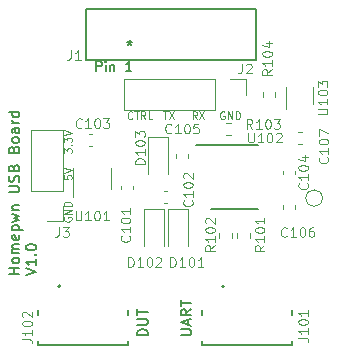
<source format=gbr>
G04 #@! TF.GenerationSoftware,KiCad,Pcbnew,(5.99.0-9812-gfee3c41c40)*
G04 #@! TF.CreationDate,2021-03-20T22:32:52-07:00*
G04 #@! TF.ProjectId,homebreakout,686f6d65-6272-4656-916b-6f75742e6b69,rev?*
G04 #@! TF.SameCoordinates,Original*
G04 #@! TF.FileFunction,Legend,Top*
G04 #@! TF.FilePolarity,Positive*
%FSLAX46Y46*%
G04 Gerber Fmt 4.6, Leading zero omitted, Abs format (unit mm)*
G04 Created by KiCad (PCBNEW (5.99.0-9812-gfee3c41c40)) date 2021-03-20 22:32:52*
%MOMM*%
%LPD*%
G01*
G04 APERTURE LIST*
%ADD10C,0.088900*%
%ADD11C,0.152400*%
%ADD12C,0.101600*%
%ADD13C,0.150000*%
%ADD14C,0.127000*%
%ADD15C,0.200000*%
%ADD16C,0.120000*%
G04 APERTURE END LIST*
D10*
X165967500Y-103792261D02*
X165755834Y-103489880D01*
X165604643Y-103792261D02*
X165604643Y-103157261D01*
X165846548Y-103157261D01*
X165907024Y-103187500D01*
X165937262Y-103217738D01*
X165967500Y-103278214D01*
X165967500Y-103368928D01*
X165937262Y-103429404D01*
X165907024Y-103459642D01*
X165846548Y-103489880D01*
X165604643Y-103489880D01*
X166179167Y-103157261D02*
X166602500Y-103792261D01*
X166602500Y-103157261D02*
X166179167Y-103792261D01*
D11*
X157431619Y-99732495D02*
X157431619Y-98919695D01*
X157741257Y-98919695D01*
X157818666Y-98958400D01*
X157857371Y-98997104D01*
X157896076Y-99074514D01*
X157896076Y-99190628D01*
X157857371Y-99268038D01*
X157818666Y-99306742D01*
X157741257Y-99345447D01*
X157431619Y-99345447D01*
X158244419Y-99732495D02*
X158244419Y-99190628D01*
X158244419Y-98919695D02*
X158205714Y-98958400D01*
X158244419Y-98997104D01*
X158283123Y-98958400D01*
X158244419Y-98919695D01*
X158244419Y-98997104D01*
X158631466Y-99190628D02*
X158631466Y-99732495D01*
X158631466Y-99268038D02*
X158670171Y-99229333D01*
X158747580Y-99190628D01*
X158863695Y-99190628D01*
X158941104Y-99229333D01*
X158979809Y-99306742D01*
X158979809Y-99732495D01*
X160411885Y-99732495D02*
X159947428Y-99732495D01*
X160179657Y-99732495D02*
X160179657Y-98919695D01*
X160102247Y-99035809D01*
X160024838Y-99113219D01*
X159947428Y-99151923D01*
X150943521Y-116884873D02*
X150054521Y-116884873D01*
X150477855Y-116884873D02*
X150477855Y-116376873D01*
X150943521Y-116376873D02*
X150054521Y-116376873D01*
X150943521Y-115826540D02*
X150901188Y-115911206D01*
X150858855Y-115953540D01*
X150774188Y-115995873D01*
X150520188Y-115995873D01*
X150435521Y-115953540D01*
X150393188Y-115911206D01*
X150350855Y-115826540D01*
X150350855Y-115699540D01*
X150393188Y-115614873D01*
X150435521Y-115572540D01*
X150520188Y-115530206D01*
X150774188Y-115530206D01*
X150858855Y-115572540D01*
X150901188Y-115614873D01*
X150943521Y-115699540D01*
X150943521Y-115826540D01*
X150943521Y-115149206D02*
X150350855Y-115149206D01*
X150435521Y-115149206D02*
X150393188Y-115106873D01*
X150350855Y-115022206D01*
X150350855Y-114895206D01*
X150393188Y-114810540D01*
X150477855Y-114768206D01*
X150943521Y-114768206D01*
X150477855Y-114768206D02*
X150393188Y-114725873D01*
X150350855Y-114641206D01*
X150350855Y-114514206D01*
X150393188Y-114429540D01*
X150477855Y-114387206D01*
X150943521Y-114387206D01*
X150901188Y-113625206D02*
X150943521Y-113709873D01*
X150943521Y-113879206D01*
X150901188Y-113963873D01*
X150816521Y-114006206D01*
X150477855Y-114006206D01*
X150393188Y-113963873D01*
X150350855Y-113879206D01*
X150350855Y-113709873D01*
X150393188Y-113625206D01*
X150477855Y-113582873D01*
X150562521Y-113582873D01*
X150647188Y-114006206D01*
X150350855Y-113201873D02*
X151239855Y-113201873D01*
X150393188Y-113201873D02*
X150350855Y-113117206D01*
X150350855Y-112947873D01*
X150393188Y-112863206D01*
X150435521Y-112820873D01*
X150520188Y-112778540D01*
X150774188Y-112778540D01*
X150858855Y-112820873D01*
X150901188Y-112863206D01*
X150943521Y-112947873D01*
X150943521Y-113117206D01*
X150901188Y-113201873D01*
X150350855Y-112482206D02*
X150943521Y-112312873D01*
X150520188Y-112143540D01*
X150943521Y-111974206D01*
X150350855Y-111804873D01*
X150350855Y-111466206D02*
X150943521Y-111466206D01*
X150435521Y-111466206D02*
X150393188Y-111423873D01*
X150350855Y-111339206D01*
X150350855Y-111212206D01*
X150393188Y-111127540D01*
X150477855Y-111085206D01*
X150943521Y-111085206D01*
X150054521Y-109984540D02*
X150774188Y-109984540D01*
X150858855Y-109942206D01*
X150901188Y-109899873D01*
X150943521Y-109815206D01*
X150943521Y-109645873D01*
X150901188Y-109561206D01*
X150858855Y-109518873D01*
X150774188Y-109476540D01*
X150054521Y-109476540D01*
X150901188Y-109095540D02*
X150943521Y-108968540D01*
X150943521Y-108756873D01*
X150901188Y-108672206D01*
X150858855Y-108629873D01*
X150774188Y-108587540D01*
X150689521Y-108587540D01*
X150604855Y-108629873D01*
X150562521Y-108672206D01*
X150520188Y-108756873D01*
X150477855Y-108926206D01*
X150435521Y-109010873D01*
X150393188Y-109053206D01*
X150308521Y-109095540D01*
X150223855Y-109095540D01*
X150139188Y-109053206D01*
X150096855Y-109010873D01*
X150054521Y-108926206D01*
X150054521Y-108714540D01*
X150096855Y-108587540D01*
X150477855Y-107910206D02*
X150520188Y-107783206D01*
X150562521Y-107740873D01*
X150647188Y-107698540D01*
X150774188Y-107698540D01*
X150858855Y-107740873D01*
X150901188Y-107783206D01*
X150943521Y-107867873D01*
X150943521Y-108206540D01*
X150054521Y-108206540D01*
X150054521Y-107910206D01*
X150096855Y-107825540D01*
X150139188Y-107783206D01*
X150223855Y-107740873D01*
X150308521Y-107740873D01*
X150393188Y-107783206D01*
X150435521Y-107825540D01*
X150477855Y-107910206D01*
X150477855Y-108206540D01*
X150477855Y-106343873D02*
X150520188Y-106216873D01*
X150562521Y-106174540D01*
X150647188Y-106132206D01*
X150774188Y-106132206D01*
X150858855Y-106174540D01*
X150901188Y-106216873D01*
X150943521Y-106301540D01*
X150943521Y-106640206D01*
X150054521Y-106640206D01*
X150054521Y-106343873D01*
X150096855Y-106259206D01*
X150139188Y-106216873D01*
X150223855Y-106174540D01*
X150308521Y-106174540D01*
X150393188Y-106216873D01*
X150435521Y-106259206D01*
X150477855Y-106343873D01*
X150477855Y-106640206D01*
X150943521Y-105624206D02*
X150901188Y-105708873D01*
X150858855Y-105751206D01*
X150774188Y-105793540D01*
X150520188Y-105793540D01*
X150435521Y-105751206D01*
X150393188Y-105708873D01*
X150350855Y-105624206D01*
X150350855Y-105497206D01*
X150393188Y-105412540D01*
X150435521Y-105370206D01*
X150520188Y-105327873D01*
X150774188Y-105327873D01*
X150858855Y-105370206D01*
X150901188Y-105412540D01*
X150943521Y-105497206D01*
X150943521Y-105624206D01*
X150943521Y-104565873D02*
X150477855Y-104565873D01*
X150393188Y-104608206D01*
X150350855Y-104692873D01*
X150350855Y-104862206D01*
X150393188Y-104946873D01*
X150901188Y-104565873D02*
X150943521Y-104650540D01*
X150943521Y-104862206D01*
X150901188Y-104946873D01*
X150816521Y-104989206D01*
X150731855Y-104989206D01*
X150647188Y-104946873D01*
X150604855Y-104862206D01*
X150604855Y-104650540D01*
X150562521Y-104565873D01*
X150943521Y-104142540D02*
X150350855Y-104142540D01*
X150520188Y-104142540D02*
X150435521Y-104100206D01*
X150393188Y-104057873D01*
X150350855Y-103973206D01*
X150350855Y-103888540D01*
X150943521Y-103211206D02*
X150054521Y-103211206D01*
X150901188Y-103211206D02*
X150943521Y-103295873D01*
X150943521Y-103465206D01*
X150901188Y-103549873D01*
X150858855Y-103592206D01*
X150774188Y-103634540D01*
X150520188Y-103634540D01*
X150435521Y-103592206D01*
X150393188Y-103549873D01*
X150350855Y-103465206D01*
X150350855Y-103295873D01*
X150393188Y-103211206D01*
X151485811Y-117011873D02*
X152374811Y-116715540D01*
X151485811Y-116419206D01*
X152374811Y-115657206D02*
X152374811Y-116165206D01*
X152374811Y-115911206D02*
X151485811Y-115911206D01*
X151612811Y-115995873D01*
X151697478Y-116080540D01*
X151739811Y-116165206D01*
X152290145Y-115276206D02*
X152332478Y-115233873D01*
X152374811Y-115276206D01*
X152332478Y-115318540D01*
X152290145Y-115276206D01*
X152374811Y-115276206D01*
X151485811Y-114683540D02*
X151485811Y-114598873D01*
X151528145Y-114514206D01*
X151570478Y-114471873D01*
X151655145Y-114429540D01*
X151824478Y-114387206D01*
X152036145Y-114387206D01*
X152205478Y-114429540D01*
X152290145Y-114471873D01*
X152332478Y-114514206D01*
X152374811Y-114598873D01*
X152374811Y-114683540D01*
X152332478Y-114768206D01*
X152290145Y-114810540D01*
X152205478Y-114852873D01*
X152036145Y-114895206D01*
X151824478Y-114895206D01*
X151655145Y-114852873D01*
X151570478Y-114810540D01*
X151528145Y-114768206D01*
X151485811Y-114683540D01*
D10*
X163125119Y-103157261D02*
X163487976Y-103157261D01*
X163306548Y-103792261D02*
X163306548Y-103157261D01*
X163639167Y-103157261D02*
X164062500Y-103792261D01*
X164062500Y-103157261D02*
X163639167Y-103792261D01*
X168289786Y-103187500D02*
X168229310Y-103157261D01*
X168138595Y-103157261D01*
X168047881Y-103187500D01*
X167987405Y-103247976D01*
X167957167Y-103308452D01*
X167926929Y-103429404D01*
X167926929Y-103520119D01*
X167957167Y-103641071D01*
X167987405Y-103701547D01*
X168047881Y-103762023D01*
X168138595Y-103792261D01*
X168199072Y-103792261D01*
X168289786Y-103762023D01*
X168320024Y-103731785D01*
X168320024Y-103520119D01*
X168199072Y-103520119D01*
X168592167Y-103792261D02*
X168592167Y-103157261D01*
X168955024Y-103792261D01*
X168955024Y-103157261D01*
X169257405Y-103792261D02*
X169257405Y-103157261D01*
X169408595Y-103157261D01*
X169499310Y-103187500D01*
X169559786Y-103247976D01*
X169590024Y-103308452D01*
X169620262Y-103429404D01*
X169620262Y-103520119D01*
X169590024Y-103641071D01*
X169559786Y-103701547D01*
X169499310Y-103762023D01*
X169408595Y-103792261D01*
X169257405Y-103792261D01*
X154749500Y-112126213D02*
X154719261Y-112186689D01*
X154719261Y-112277404D01*
X154749500Y-112368118D01*
X154809976Y-112428594D01*
X154870452Y-112458832D01*
X154991404Y-112489070D01*
X155082119Y-112489070D01*
X155203071Y-112458832D01*
X155263547Y-112428594D01*
X155324023Y-112368118D01*
X155354261Y-112277404D01*
X155354261Y-112216927D01*
X155324023Y-112126213D01*
X155293785Y-112095975D01*
X155082119Y-112095975D01*
X155082119Y-112216927D01*
X155354261Y-111823832D02*
X154719261Y-111823832D01*
X155354261Y-111460975D01*
X154719261Y-111460975D01*
X155354261Y-111158594D02*
X154719261Y-111158594D01*
X154719261Y-111007404D01*
X154749500Y-110916689D01*
X154809976Y-110856213D01*
X154870452Y-110825975D01*
X154991404Y-110795737D01*
X155082119Y-110795737D01*
X155203071Y-110825975D01*
X155263547Y-110856213D01*
X155324023Y-110916689D01*
X155354261Y-111007404D01*
X155354261Y-111158594D01*
X154719261Y-106671261D02*
X154719261Y-106278165D01*
X154961166Y-106489832D01*
X154961166Y-106399118D01*
X154991404Y-106338642D01*
X155021642Y-106308404D01*
X155082119Y-106278165D01*
X155233309Y-106278165D01*
X155293785Y-106308404D01*
X155324023Y-106338642D01*
X155354261Y-106399118D01*
X155354261Y-106580546D01*
X155324023Y-106641023D01*
X155293785Y-106671261D01*
X155293785Y-106006023D02*
X155324023Y-105975785D01*
X155354261Y-106006023D01*
X155324023Y-106036261D01*
X155293785Y-106006023D01*
X155354261Y-106006023D01*
X154719261Y-105764118D02*
X154719261Y-105371023D01*
X154961166Y-105582689D01*
X154961166Y-105491975D01*
X154991404Y-105431499D01*
X155021642Y-105401261D01*
X155082119Y-105371023D01*
X155233309Y-105371023D01*
X155293785Y-105401261D01*
X155324023Y-105431499D01*
X155354261Y-105491975D01*
X155354261Y-105673404D01*
X155324023Y-105733880D01*
X155293785Y-105764118D01*
X154719261Y-105189594D02*
X155354261Y-104977927D01*
X154719261Y-104766261D01*
X160494405Y-103731785D02*
X160464167Y-103762023D01*
X160373453Y-103792261D01*
X160312976Y-103792261D01*
X160222262Y-103762023D01*
X160161786Y-103701547D01*
X160131548Y-103641071D01*
X160101310Y-103520119D01*
X160101310Y-103429404D01*
X160131548Y-103308452D01*
X160161786Y-103247976D01*
X160222262Y-103187500D01*
X160312976Y-103157261D01*
X160373453Y-103157261D01*
X160464167Y-103187500D01*
X160494405Y-103217738D01*
X160675834Y-103157261D02*
X161038691Y-103157261D01*
X160857262Y-103792261D02*
X160857262Y-103157261D01*
X161613215Y-103792261D02*
X161401548Y-103489880D01*
X161250357Y-103792261D02*
X161250357Y-103157261D01*
X161492262Y-103157261D01*
X161552738Y-103187500D01*
X161582976Y-103217738D01*
X161613215Y-103278214D01*
X161613215Y-103368928D01*
X161582976Y-103429404D01*
X161552738Y-103459642D01*
X161492262Y-103489880D01*
X161250357Y-103489880D01*
X162187738Y-103792261D02*
X161885357Y-103792261D01*
X161885357Y-103157261D01*
X154719261Y-108576261D02*
X154719261Y-108878642D01*
X155021642Y-108908880D01*
X154991404Y-108878642D01*
X154961166Y-108818165D01*
X154961166Y-108666975D01*
X154991404Y-108606499D01*
X155021642Y-108576261D01*
X155082119Y-108546023D01*
X155233309Y-108546023D01*
X155293785Y-108576261D01*
X155324023Y-108606499D01*
X155354261Y-108666975D01*
X155354261Y-108818165D01*
X155324023Y-108878642D01*
X155293785Y-108908880D01*
X154719261Y-108364594D02*
X155354261Y-108152927D01*
X154719261Y-107941261D01*
D11*
X164613166Y-122117273D02*
X165332833Y-122117273D01*
X165417500Y-122074940D01*
X165459833Y-122032606D01*
X165502166Y-121947940D01*
X165502166Y-121778606D01*
X165459833Y-121693940D01*
X165417500Y-121651606D01*
X165332833Y-121609273D01*
X164613166Y-121609273D01*
X165248166Y-121228273D02*
X165248166Y-120804940D01*
X165502166Y-121312940D02*
X164613166Y-121016606D01*
X165502166Y-120720273D01*
X165502166Y-119915940D02*
X165078833Y-120212273D01*
X165502166Y-120423940D02*
X164613166Y-120423940D01*
X164613166Y-120085273D01*
X164655500Y-120000606D01*
X164697833Y-119958273D01*
X164782500Y-119915940D01*
X164909500Y-119915940D01*
X164994166Y-119958273D01*
X165036500Y-120000606D01*
X165078833Y-120085273D01*
X165078833Y-120423940D01*
X164613166Y-119661940D02*
X164613166Y-119153940D01*
X165502166Y-119407940D02*
X164613166Y-119407940D01*
X161819166Y-122117273D02*
X160930166Y-122117273D01*
X160930166Y-121905606D01*
X160972500Y-121778606D01*
X161057166Y-121693940D01*
X161141833Y-121651606D01*
X161311166Y-121609273D01*
X161438166Y-121609273D01*
X161607500Y-121651606D01*
X161692166Y-121693940D01*
X161776833Y-121778606D01*
X161819166Y-121905606D01*
X161819166Y-122117273D01*
X160930166Y-121228273D02*
X161649833Y-121228273D01*
X161734500Y-121185940D01*
X161776833Y-121143606D01*
X161819166Y-121058940D01*
X161819166Y-120889606D01*
X161776833Y-120804940D01*
X161734500Y-120762606D01*
X161649833Y-120720273D01*
X160930166Y-120720273D01*
X160930166Y-120423940D02*
X160930166Y-119915940D01*
X161819166Y-120169940D02*
X160930166Y-120169940D01*
D12*
X174560895Y-122330028D02*
X175141466Y-122330028D01*
X175257580Y-122368733D01*
X175334990Y-122446142D01*
X175373695Y-122562257D01*
X175373695Y-122639666D01*
X175373695Y-121517228D02*
X175373695Y-121981685D01*
X175373695Y-121749457D02*
X174560895Y-121749457D01*
X174677009Y-121826866D01*
X174754419Y-121904276D01*
X174793123Y-121981685D01*
X174560895Y-121014066D02*
X174560895Y-120936657D01*
X174599600Y-120859247D01*
X174638304Y-120820542D01*
X174715714Y-120781838D01*
X174870533Y-120743133D01*
X175064057Y-120743133D01*
X175218876Y-120781838D01*
X175296285Y-120820542D01*
X175334990Y-120859247D01*
X175373695Y-120936657D01*
X175373695Y-121014066D01*
X175334990Y-121091476D01*
X175296285Y-121130180D01*
X175218876Y-121168885D01*
X175064057Y-121207590D01*
X174870533Y-121207590D01*
X174715714Y-121168885D01*
X174638304Y-121130180D01*
X174599600Y-121091476D01*
X174560895Y-121014066D01*
X175373695Y-119969038D02*
X175373695Y-120433495D01*
X175373695Y-120201266D02*
X174560895Y-120201266D01*
X174677009Y-120278676D01*
X174754419Y-120356085D01*
X174793123Y-120433495D01*
X176211895Y-103374371D02*
X176869876Y-103374371D01*
X176947285Y-103335666D01*
X176985990Y-103296961D01*
X177024695Y-103219552D01*
X177024695Y-103064733D01*
X176985990Y-102987323D01*
X176947285Y-102948619D01*
X176869876Y-102909914D01*
X176211895Y-102909914D01*
X177024695Y-102097114D02*
X177024695Y-102561571D01*
X177024695Y-102329342D02*
X176211895Y-102329342D01*
X176328009Y-102406752D01*
X176405419Y-102484161D01*
X176444123Y-102561571D01*
X176211895Y-101593952D02*
X176211895Y-101516542D01*
X176250600Y-101439133D01*
X176289304Y-101400428D01*
X176366714Y-101361723D01*
X176521533Y-101323019D01*
X176715057Y-101323019D01*
X176869876Y-101361723D01*
X176947285Y-101400428D01*
X176985990Y-101439133D01*
X177024695Y-101516542D01*
X177024695Y-101593952D01*
X176985990Y-101671361D01*
X176947285Y-101710066D01*
X176869876Y-101748771D01*
X176715057Y-101787476D01*
X176521533Y-101787476D01*
X176366714Y-101748771D01*
X176289304Y-101710066D01*
X176250600Y-101671361D01*
X176211895Y-101593952D01*
X176211895Y-101052085D02*
X176211895Y-100548923D01*
X176521533Y-100819857D01*
X176521533Y-100703742D01*
X176560238Y-100626333D01*
X176598942Y-100587628D01*
X176676352Y-100548923D01*
X176869876Y-100548923D01*
X176947285Y-100587628D01*
X176985990Y-100626333D01*
X177024695Y-100703742D01*
X177024695Y-100935971D01*
X176985990Y-101013380D01*
X176947285Y-101052085D01*
X163725980Y-116318695D02*
X163725980Y-115505895D01*
X163919504Y-115505895D01*
X164035619Y-115544600D01*
X164113028Y-115622009D01*
X164151733Y-115699419D01*
X164190438Y-115854238D01*
X164190438Y-115970352D01*
X164151733Y-116125171D01*
X164113028Y-116202580D01*
X164035619Y-116279990D01*
X163919504Y-116318695D01*
X163725980Y-116318695D01*
X164964533Y-116318695D02*
X164500076Y-116318695D01*
X164732304Y-116318695D02*
X164732304Y-115505895D01*
X164654895Y-115622009D01*
X164577485Y-115699419D01*
X164500076Y-115738123D01*
X165467695Y-115505895D02*
X165545104Y-115505895D01*
X165622514Y-115544600D01*
X165661219Y-115583304D01*
X165699923Y-115660714D01*
X165738628Y-115815533D01*
X165738628Y-116009057D01*
X165699923Y-116163876D01*
X165661219Y-116241285D01*
X165622514Y-116279990D01*
X165545104Y-116318695D01*
X165467695Y-116318695D01*
X165390285Y-116279990D01*
X165351580Y-116241285D01*
X165312876Y-116163876D01*
X165274171Y-116009057D01*
X165274171Y-115815533D01*
X165312876Y-115660714D01*
X165351580Y-115583304D01*
X165390285Y-115544600D01*
X165467695Y-115505895D01*
X166512723Y-116318695D02*
X166048266Y-116318695D01*
X166280495Y-116318695D02*
X166280495Y-115505895D01*
X166203085Y-115622009D01*
X166125676Y-115699419D01*
X166048266Y-115738123D01*
X173588438Y-113701285D02*
X173549733Y-113739990D01*
X173433619Y-113778695D01*
X173356209Y-113778695D01*
X173240095Y-113739990D01*
X173162685Y-113662580D01*
X173123980Y-113585171D01*
X173085276Y-113430352D01*
X173085276Y-113314238D01*
X173123980Y-113159419D01*
X173162685Y-113082009D01*
X173240095Y-113004600D01*
X173356209Y-112965895D01*
X173433619Y-112965895D01*
X173549733Y-113004600D01*
X173588438Y-113043304D01*
X174362533Y-113778695D02*
X173898076Y-113778695D01*
X174130304Y-113778695D02*
X174130304Y-112965895D01*
X174052895Y-113082009D01*
X173975485Y-113159419D01*
X173898076Y-113198123D01*
X174865695Y-112965895D02*
X174943104Y-112965895D01*
X175020514Y-113004600D01*
X175059219Y-113043304D01*
X175097923Y-113120714D01*
X175136628Y-113275533D01*
X175136628Y-113469057D01*
X175097923Y-113623876D01*
X175059219Y-113701285D01*
X175020514Y-113739990D01*
X174943104Y-113778695D01*
X174865695Y-113778695D01*
X174788285Y-113739990D01*
X174749580Y-113701285D01*
X174710876Y-113623876D01*
X174672171Y-113469057D01*
X174672171Y-113275533D01*
X174710876Y-113120714D01*
X174749580Y-113043304D01*
X174788285Y-113004600D01*
X174865695Y-112965895D01*
X175833314Y-112965895D02*
X175678495Y-112965895D01*
X175601085Y-113004600D01*
X175562380Y-113043304D01*
X175484971Y-113159419D01*
X175446266Y-113314238D01*
X175446266Y-113623876D01*
X175484971Y-113701285D01*
X175523676Y-113739990D01*
X175601085Y-113778695D01*
X175755904Y-113778695D01*
X175833314Y-113739990D01*
X175872019Y-113701285D01*
X175910723Y-113623876D01*
X175910723Y-113430352D01*
X175872019Y-113352942D01*
X175833314Y-113314238D01*
X175755904Y-113275533D01*
X175601085Y-113275533D01*
X175523676Y-113314238D01*
X175484971Y-113352942D01*
X175446266Y-113430352D01*
X151192895Y-122457028D02*
X151773466Y-122457028D01*
X151889580Y-122495733D01*
X151966990Y-122573142D01*
X152005695Y-122689257D01*
X152005695Y-122766666D01*
X152005695Y-121644228D02*
X152005695Y-122108685D01*
X152005695Y-121876457D02*
X151192895Y-121876457D01*
X151309009Y-121953866D01*
X151386419Y-122031276D01*
X151425123Y-122108685D01*
X151192895Y-121141066D02*
X151192895Y-121063657D01*
X151231600Y-120986247D01*
X151270304Y-120947542D01*
X151347714Y-120908838D01*
X151502533Y-120870133D01*
X151696057Y-120870133D01*
X151850876Y-120908838D01*
X151928285Y-120947542D01*
X151966990Y-120986247D01*
X152005695Y-121063657D01*
X152005695Y-121141066D01*
X151966990Y-121218476D01*
X151928285Y-121257180D01*
X151850876Y-121295885D01*
X151696057Y-121334590D01*
X151502533Y-121334590D01*
X151347714Y-121295885D01*
X151270304Y-121257180D01*
X151231600Y-121218476D01*
X151192895Y-121141066D01*
X151270304Y-120560495D02*
X151231600Y-120521790D01*
X151192895Y-120444380D01*
X151192895Y-120250857D01*
X151231600Y-120173447D01*
X151270304Y-120134742D01*
X151347714Y-120096038D01*
X151425123Y-120096038D01*
X151541238Y-120134742D01*
X152005695Y-120599200D01*
X152005695Y-120096038D01*
X171690695Y-114498361D02*
X171303647Y-114769295D01*
X171690695Y-114962819D02*
X170877895Y-114962819D01*
X170877895Y-114653180D01*
X170916600Y-114575771D01*
X170955304Y-114537066D01*
X171032714Y-114498361D01*
X171148828Y-114498361D01*
X171226238Y-114537066D01*
X171264942Y-114575771D01*
X171303647Y-114653180D01*
X171303647Y-114962819D01*
X171690695Y-113724266D02*
X171690695Y-114188723D01*
X171690695Y-113956495D02*
X170877895Y-113956495D01*
X170994009Y-114033904D01*
X171071419Y-114111314D01*
X171110123Y-114188723D01*
X170877895Y-113221104D02*
X170877895Y-113143695D01*
X170916600Y-113066285D01*
X170955304Y-113027580D01*
X171032714Y-112988876D01*
X171187533Y-112950171D01*
X171381057Y-112950171D01*
X171535876Y-112988876D01*
X171613285Y-113027580D01*
X171651990Y-113066285D01*
X171690695Y-113143695D01*
X171690695Y-113221104D01*
X171651990Y-113298514D01*
X171613285Y-113337219D01*
X171535876Y-113375923D01*
X171381057Y-113414628D01*
X171187533Y-113414628D01*
X171032714Y-113375923D01*
X170955304Y-113337219D01*
X170916600Y-113298514D01*
X170877895Y-113221104D01*
X171690695Y-112176076D02*
X171690695Y-112640533D01*
X171690695Y-112408304D02*
X170877895Y-112408304D01*
X170994009Y-112485714D01*
X171071419Y-112563123D01*
X171110123Y-112640533D01*
X160259485Y-113685561D02*
X160298190Y-113724266D01*
X160336895Y-113840380D01*
X160336895Y-113917790D01*
X160298190Y-114033904D01*
X160220780Y-114111314D01*
X160143371Y-114150019D01*
X159988552Y-114188723D01*
X159872438Y-114188723D01*
X159717619Y-114150019D01*
X159640209Y-114111314D01*
X159562800Y-114033904D01*
X159524095Y-113917790D01*
X159524095Y-113840380D01*
X159562800Y-113724266D01*
X159601504Y-113685561D01*
X160336895Y-112911466D02*
X160336895Y-113375923D01*
X160336895Y-113143695D02*
X159524095Y-113143695D01*
X159640209Y-113221104D01*
X159717619Y-113298514D01*
X159756323Y-113375923D01*
X159524095Y-112408304D02*
X159524095Y-112330895D01*
X159562800Y-112253485D01*
X159601504Y-112214780D01*
X159678914Y-112176076D01*
X159833733Y-112137371D01*
X160027257Y-112137371D01*
X160182076Y-112176076D01*
X160259485Y-112214780D01*
X160298190Y-112253485D01*
X160336895Y-112330895D01*
X160336895Y-112408304D01*
X160298190Y-112485714D01*
X160259485Y-112524419D01*
X160182076Y-112563123D01*
X160027257Y-112601828D01*
X159833733Y-112601828D01*
X159678914Y-112563123D01*
X159601504Y-112524419D01*
X159562800Y-112485714D01*
X159524095Y-112408304D01*
X160336895Y-111363276D02*
X160336895Y-111827733D01*
X160336895Y-111595504D02*
X159524095Y-111595504D01*
X159640209Y-111672914D01*
X159717619Y-111750323D01*
X159756323Y-111827733D01*
X165542685Y-110688361D02*
X165581390Y-110727066D01*
X165620095Y-110843180D01*
X165620095Y-110920590D01*
X165581390Y-111036704D01*
X165503980Y-111114114D01*
X165426571Y-111152819D01*
X165271752Y-111191523D01*
X165155638Y-111191523D01*
X165000819Y-111152819D01*
X164923409Y-111114114D01*
X164846000Y-111036704D01*
X164807295Y-110920590D01*
X164807295Y-110843180D01*
X164846000Y-110727066D01*
X164884704Y-110688361D01*
X165620095Y-109914266D02*
X165620095Y-110378723D01*
X165620095Y-110146495D02*
X164807295Y-110146495D01*
X164923409Y-110223904D01*
X165000819Y-110301314D01*
X165039523Y-110378723D01*
X164807295Y-109411104D02*
X164807295Y-109333695D01*
X164846000Y-109256285D01*
X164884704Y-109217580D01*
X164962114Y-109178876D01*
X165116933Y-109140171D01*
X165310457Y-109140171D01*
X165465276Y-109178876D01*
X165542685Y-109217580D01*
X165581390Y-109256285D01*
X165620095Y-109333695D01*
X165620095Y-109411104D01*
X165581390Y-109488514D01*
X165542685Y-109527219D01*
X165465276Y-109565923D01*
X165310457Y-109604628D01*
X165116933Y-109604628D01*
X164962114Y-109565923D01*
X164884704Y-109527219D01*
X164846000Y-109488514D01*
X164807295Y-109411104D01*
X164884704Y-108830533D02*
X164846000Y-108791828D01*
X164807295Y-108714419D01*
X164807295Y-108520895D01*
X164846000Y-108443485D01*
X164884704Y-108404780D01*
X164962114Y-108366076D01*
X165039523Y-108366076D01*
X165155638Y-108404780D01*
X165620095Y-108869238D01*
X165620095Y-108366076D01*
X156214838Y-104481085D02*
X156176133Y-104519790D01*
X156060019Y-104558495D01*
X155982609Y-104558495D01*
X155866495Y-104519790D01*
X155789085Y-104442380D01*
X155750380Y-104364971D01*
X155711676Y-104210152D01*
X155711676Y-104094038D01*
X155750380Y-103939219D01*
X155789085Y-103861809D01*
X155866495Y-103784400D01*
X155982609Y-103745695D01*
X156060019Y-103745695D01*
X156176133Y-103784400D01*
X156214838Y-103823104D01*
X156988933Y-104558495D02*
X156524476Y-104558495D01*
X156756704Y-104558495D02*
X156756704Y-103745695D01*
X156679295Y-103861809D01*
X156601885Y-103939219D01*
X156524476Y-103977923D01*
X157492095Y-103745695D02*
X157569504Y-103745695D01*
X157646914Y-103784400D01*
X157685619Y-103823104D01*
X157724323Y-103900514D01*
X157763028Y-104055333D01*
X157763028Y-104248857D01*
X157724323Y-104403676D01*
X157685619Y-104481085D01*
X157646914Y-104519790D01*
X157569504Y-104558495D01*
X157492095Y-104558495D01*
X157414685Y-104519790D01*
X157375980Y-104481085D01*
X157337276Y-104403676D01*
X157298571Y-104248857D01*
X157298571Y-104055333D01*
X157337276Y-103900514D01*
X157375980Y-103823104D01*
X157414685Y-103784400D01*
X157492095Y-103745695D01*
X158033961Y-103745695D02*
X158537123Y-103745695D01*
X158266190Y-104055333D01*
X158382304Y-104055333D01*
X158459714Y-104094038D01*
X158498419Y-104132742D01*
X158537123Y-104210152D01*
X158537123Y-104403676D01*
X158498419Y-104481085D01*
X158459714Y-104519790D01*
X158382304Y-104558495D01*
X158150076Y-104558495D01*
X158072666Y-104519790D01*
X158033961Y-104481085D01*
X175296285Y-109240561D02*
X175334990Y-109279266D01*
X175373695Y-109395380D01*
X175373695Y-109472790D01*
X175334990Y-109588904D01*
X175257580Y-109666314D01*
X175180171Y-109705019D01*
X175025352Y-109743723D01*
X174909238Y-109743723D01*
X174754419Y-109705019D01*
X174677009Y-109666314D01*
X174599600Y-109588904D01*
X174560895Y-109472790D01*
X174560895Y-109395380D01*
X174599600Y-109279266D01*
X174638304Y-109240561D01*
X175373695Y-108466466D02*
X175373695Y-108930923D01*
X175373695Y-108698695D02*
X174560895Y-108698695D01*
X174677009Y-108776104D01*
X174754419Y-108853514D01*
X174793123Y-108930923D01*
X174560895Y-107963304D02*
X174560895Y-107885895D01*
X174599600Y-107808485D01*
X174638304Y-107769780D01*
X174715714Y-107731076D01*
X174870533Y-107692371D01*
X175064057Y-107692371D01*
X175218876Y-107731076D01*
X175296285Y-107769780D01*
X175334990Y-107808485D01*
X175373695Y-107885895D01*
X175373695Y-107963304D01*
X175334990Y-108040714D01*
X175296285Y-108079419D01*
X175218876Y-108118123D01*
X175064057Y-108156828D01*
X174870533Y-108156828D01*
X174715714Y-108118123D01*
X174638304Y-108079419D01*
X174599600Y-108040714D01*
X174560895Y-107963304D01*
X174831828Y-106995685D02*
X175373695Y-106995685D01*
X174522190Y-107189209D02*
X175102761Y-107382733D01*
X175102761Y-106879571D01*
X163809438Y-104938285D02*
X163770733Y-104976990D01*
X163654619Y-105015695D01*
X163577209Y-105015695D01*
X163461095Y-104976990D01*
X163383685Y-104899580D01*
X163344980Y-104822171D01*
X163306276Y-104667352D01*
X163306276Y-104551238D01*
X163344980Y-104396419D01*
X163383685Y-104319009D01*
X163461095Y-104241600D01*
X163577209Y-104202895D01*
X163654619Y-104202895D01*
X163770733Y-104241600D01*
X163809438Y-104280304D01*
X164583533Y-105015695D02*
X164119076Y-105015695D01*
X164351304Y-105015695D02*
X164351304Y-104202895D01*
X164273895Y-104319009D01*
X164196485Y-104396419D01*
X164119076Y-104435123D01*
X165086695Y-104202895D02*
X165164104Y-104202895D01*
X165241514Y-104241600D01*
X165280219Y-104280304D01*
X165318923Y-104357714D01*
X165357628Y-104512533D01*
X165357628Y-104706057D01*
X165318923Y-104860876D01*
X165280219Y-104938285D01*
X165241514Y-104976990D01*
X165164104Y-105015695D01*
X165086695Y-105015695D01*
X165009285Y-104976990D01*
X164970580Y-104938285D01*
X164931876Y-104860876D01*
X164893171Y-104706057D01*
X164893171Y-104512533D01*
X164931876Y-104357714D01*
X164970580Y-104280304D01*
X165009285Y-104241600D01*
X165086695Y-104202895D01*
X166093019Y-104202895D02*
X165705971Y-104202895D01*
X165667266Y-104589942D01*
X165705971Y-104551238D01*
X165783380Y-104512533D01*
X165976904Y-104512533D01*
X166054314Y-104551238D01*
X166093019Y-104589942D01*
X166131723Y-104667352D01*
X166131723Y-104860876D01*
X166093019Y-104938285D01*
X166054314Y-104976990D01*
X165976904Y-105015695D01*
X165783380Y-105015695D01*
X165705971Y-104976990D01*
X165667266Y-104938285D01*
X177023485Y-107030761D02*
X177062190Y-107069466D01*
X177100895Y-107185580D01*
X177100895Y-107262990D01*
X177062190Y-107379104D01*
X176984780Y-107456514D01*
X176907371Y-107495219D01*
X176752552Y-107533923D01*
X176636438Y-107533923D01*
X176481619Y-107495219D01*
X176404209Y-107456514D01*
X176326800Y-107379104D01*
X176288095Y-107262990D01*
X176288095Y-107185580D01*
X176326800Y-107069466D01*
X176365504Y-107030761D01*
X177100895Y-106256666D02*
X177100895Y-106721123D01*
X177100895Y-106488895D02*
X176288095Y-106488895D01*
X176404209Y-106566304D01*
X176481619Y-106643714D01*
X176520323Y-106721123D01*
X176288095Y-105753504D02*
X176288095Y-105676095D01*
X176326800Y-105598685D01*
X176365504Y-105559980D01*
X176442914Y-105521276D01*
X176597733Y-105482571D01*
X176791257Y-105482571D01*
X176946076Y-105521276D01*
X177023485Y-105559980D01*
X177062190Y-105598685D01*
X177100895Y-105676095D01*
X177100895Y-105753504D01*
X177062190Y-105830914D01*
X177023485Y-105869619D01*
X176946076Y-105908323D01*
X176791257Y-105947028D01*
X176597733Y-105947028D01*
X176442914Y-105908323D01*
X176365504Y-105869619D01*
X176326800Y-105830914D01*
X176288095Y-105753504D01*
X176288095Y-105211638D02*
X176288095Y-104669771D01*
X177100895Y-105018114D01*
X160169980Y-116318695D02*
X160169980Y-115505895D01*
X160363504Y-115505895D01*
X160479619Y-115544600D01*
X160557028Y-115622009D01*
X160595733Y-115699419D01*
X160634438Y-115854238D01*
X160634438Y-115970352D01*
X160595733Y-116125171D01*
X160557028Y-116202580D01*
X160479619Y-116279990D01*
X160363504Y-116318695D01*
X160169980Y-116318695D01*
X161408533Y-116318695D02*
X160944076Y-116318695D01*
X161176304Y-116318695D02*
X161176304Y-115505895D01*
X161098895Y-115622009D01*
X161021485Y-115699419D01*
X160944076Y-115738123D01*
X161911695Y-115505895D02*
X161989104Y-115505895D01*
X162066514Y-115544600D01*
X162105219Y-115583304D01*
X162143923Y-115660714D01*
X162182628Y-115815533D01*
X162182628Y-116009057D01*
X162143923Y-116163876D01*
X162105219Y-116241285D01*
X162066514Y-116279990D01*
X161989104Y-116318695D01*
X161911695Y-116318695D01*
X161834285Y-116279990D01*
X161795580Y-116241285D01*
X161756876Y-116163876D01*
X161718171Y-116009057D01*
X161718171Y-115815533D01*
X161756876Y-115660714D01*
X161795580Y-115583304D01*
X161834285Y-115544600D01*
X161911695Y-115505895D01*
X162492266Y-115583304D02*
X162530971Y-115544600D01*
X162608380Y-115505895D01*
X162801904Y-115505895D01*
X162879314Y-115544600D01*
X162918019Y-115583304D01*
X162956723Y-115660714D01*
X162956723Y-115738123D01*
X162918019Y-115854238D01*
X162453561Y-116318695D01*
X162956723Y-116318695D01*
X161556095Y-107596819D02*
X160743295Y-107596819D01*
X160743295Y-107403295D01*
X160782000Y-107287180D01*
X160859409Y-107209771D01*
X160936819Y-107171066D01*
X161091638Y-107132361D01*
X161207752Y-107132361D01*
X161362571Y-107171066D01*
X161439980Y-107209771D01*
X161517390Y-107287180D01*
X161556095Y-107403295D01*
X161556095Y-107596819D01*
X161556095Y-106358266D02*
X161556095Y-106822723D01*
X161556095Y-106590495D02*
X160743295Y-106590495D01*
X160859409Y-106667904D01*
X160936819Y-106745314D01*
X160975523Y-106822723D01*
X160743295Y-105855104D02*
X160743295Y-105777695D01*
X160782000Y-105700285D01*
X160820704Y-105661580D01*
X160898114Y-105622876D01*
X161052933Y-105584171D01*
X161246457Y-105584171D01*
X161401276Y-105622876D01*
X161478685Y-105661580D01*
X161517390Y-105700285D01*
X161556095Y-105777695D01*
X161556095Y-105855104D01*
X161517390Y-105932514D01*
X161478685Y-105971219D01*
X161401276Y-106009923D01*
X161246457Y-106048628D01*
X161052933Y-106048628D01*
X160898114Y-106009923D01*
X160820704Y-105971219D01*
X160782000Y-105932514D01*
X160743295Y-105855104D01*
X160743295Y-105313238D02*
X160743295Y-104810076D01*
X161052933Y-105081009D01*
X161052933Y-104964895D01*
X161091638Y-104887485D01*
X161130342Y-104848780D01*
X161207752Y-104810076D01*
X161401276Y-104810076D01*
X161478685Y-104848780D01*
X161517390Y-104887485D01*
X161556095Y-104964895D01*
X161556095Y-105197123D01*
X161517390Y-105274533D01*
X161478685Y-105313238D01*
X167499695Y-114498361D02*
X167112647Y-114769295D01*
X167499695Y-114962819D02*
X166686895Y-114962819D01*
X166686895Y-114653180D01*
X166725600Y-114575771D01*
X166764304Y-114537066D01*
X166841714Y-114498361D01*
X166957828Y-114498361D01*
X167035238Y-114537066D01*
X167073942Y-114575771D01*
X167112647Y-114653180D01*
X167112647Y-114962819D01*
X167499695Y-113724266D02*
X167499695Y-114188723D01*
X167499695Y-113956495D02*
X166686895Y-113956495D01*
X166803009Y-114033904D01*
X166880419Y-114111314D01*
X166919123Y-114188723D01*
X166686895Y-113221104D02*
X166686895Y-113143695D01*
X166725600Y-113066285D01*
X166764304Y-113027580D01*
X166841714Y-112988876D01*
X166996533Y-112950171D01*
X167190057Y-112950171D01*
X167344876Y-112988876D01*
X167422285Y-113027580D01*
X167460990Y-113066285D01*
X167499695Y-113143695D01*
X167499695Y-113221104D01*
X167460990Y-113298514D01*
X167422285Y-113337219D01*
X167344876Y-113375923D01*
X167190057Y-113414628D01*
X166996533Y-113414628D01*
X166841714Y-113375923D01*
X166764304Y-113337219D01*
X166725600Y-113298514D01*
X166686895Y-113221104D01*
X166764304Y-112640533D02*
X166725600Y-112601828D01*
X166686895Y-112524419D01*
X166686895Y-112330895D01*
X166725600Y-112253485D01*
X166764304Y-112214780D01*
X166841714Y-112176076D01*
X166919123Y-112176076D01*
X167035238Y-112214780D01*
X167499695Y-112679238D01*
X167499695Y-112176076D01*
X170667438Y-104634695D02*
X170396504Y-104247647D01*
X170202980Y-104634695D02*
X170202980Y-103821895D01*
X170512619Y-103821895D01*
X170590028Y-103860600D01*
X170628733Y-103899304D01*
X170667438Y-103976714D01*
X170667438Y-104092828D01*
X170628733Y-104170238D01*
X170590028Y-104208942D01*
X170512619Y-104247647D01*
X170202980Y-104247647D01*
X171441533Y-104634695D02*
X170977076Y-104634695D01*
X171209304Y-104634695D02*
X171209304Y-103821895D01*
X171131895Y-103938009D01*
X171054485Y-104015419D01*
X170977076Y-104054123D01*
X171944695Y-103821895D02*
X172022104Y-103821895D01*
X172099514Y-103860600D01*
X172138219Y-103899304D01*
X172176923Y-103976714D01*
X172215628Y-104131533D01*
X172215628Y-104325057D01*
X172176923Y-104479876D01*
X172138219Y-104557285D01*
X172099514Y-104595990D01*
X172022104Y-104634695D01*
X171944695Y-104634695D01*
X171867285Y-104595990D01*
X171828580Y-104557285D01*
X171789876Y-104479876D01*
X171751171Y-104325057D01*
X171751171Y-104131533D01*
X171789876Y-103976714D01*
X171828580Y-103899304D01*
X171867285Y-103860600D01*
X171944695Y-103821895D01*
X172486561Y-103821895D02*
X172989723Y-103821895D01*
X172718790Y-104131533D01*
X172834904Y-104131533D01*
X172912314Y-104170238D01*
X172951019Y-104208942D01*
X172989723Y-104286352D01*
X172989723Y-104479876D01*
X172951019Y-104557285D01*
X172912314Y-104595990D01*
X172834904Y-104634695D01*
X172602676Y-104634695D01*
X172525266Y-104595990D01*
X172486561Y-104557285D01*
X172325695Y-99588561D02*
X171938647Y-99859495D01*
X172325695Y-100053019D02*
X171512895Y-100053019D01*
X171512895Y-99743380D01*
X171551600Y-99665971D01*
X171590304Y-99627266D01*
X171667714Y-99588561D01*
X171783828Y-99588561D01*
X171861238Y-99627266D01*
X171899942Y-99665971D01*
X171938647Y-99743380D01*
X171938647Y-100053019D01*
X172325695Y-98814466D02*
X172325695Y-99278923D01*
X172325695Y-99046695D02*
X171512895Y-99046695D01*
X171629009Y-99124104D01*
X171706419Y-99201514D01*
X171745123Y-99278923D01*
X171512895Y-98311304D02*
X171512895Y-98233895D01*
X171551600Y-98156485D01*
X171590304Y-98117780D01*
X171667714Y-98079076D01*
X171822533Y-98040371D01*
X172016057Y-98040371D01*
X172170876Y-98079076D01*
X172248285Y-98117780D01*
X172286990Y-98156485D01*
X172325695Y-98233895D01*
X172325695Y-98311304D01*
X172286990Y-98388714D01*
X172248285Y-98427419D01*
X172170876Y-98466123D01*
X172016057Y-98504828D01*
X171822533Y-98504828D01*
X171667714Y-98466123D01*
X171590304Y-98427419D01*
X171551600Y-98388714D01*
X171512895Y-98311304D01*
X171783828Y-97343685D02*
X172325695Y-97343685D01*
X171474190Y-97537209D02*
X172054761Y-97730733D01*
X172054761Y-97227571D01*
X155705628Y-111568895D02*
X155705628Y-112226876D01*
X155744333Y-112304285D01*
X155783038Y-112342990D01*
X155860447Y-112381695D01*
X156015266Y-112381695D01*
X156092676Y-112342990D01*
X156131380Y-112304285D01*
X156170085Y-112226876D01*
X156170085Y-111568895D01*
X156982885Y-112381695D02*
X156518428Y-112381695D01*
X156750657Y-112381695D02*
X156750657Y-111568895D01*
X156673247Y-111685009D01*
X156595838Y-111762419D01*
X156518428Y-111801123D01*
X157486047Y-111568895D02*
X157563457Y-111568895D01*
X157640866Y-111607600D01*
X157679571Y-111646304D01*
X157718276Y-111723714D01*
X157756980Y-111878533D01*
X157756980Y-112072057D01*
X157718276Y-112226876D01*
X157679571Y-112304285D01*
X157640866Y-112342990D01*
X157563457Y-112381695D01*
X157486047Y-112381695D01*
X157408638Y-112342990D01*
X157369933Y-112304285D01*
X157331228Y-112226876D01*
X157292523Y-112072057D01*
X157292523Y-111878533D01*
X157331228Y-111723714D01*
X157369933Y-111646304D01*
X157408638Y-111607600D01*
X157486047Y-111568895D01*
X158531076Y-112381695D02*
X158066619Y-112381695D01*
X158298847Y-112381695D02*
X158298847Y-111568895D01*
X158221438Y-111685009D01*
X158144028Y-111762419D01*
X158066619Y-111801123D01*
X170310628Y-104964895D02*
X170310628Y-105622876D01*
X170349333Y-105700285D01*
X170388038Y-105738990D01*
X170465447Y-105777695D01*
X170620266Y-105777695D01*
X170697676Y-105738990D01*
X170736380Y-105700285D01*
X170775085Y-105622876D01*
X170775085Y-104964895D01*
X171587885Y-105777695D02*
X171123428Y-105777695D01*
X171355657Y-105777695D02*
X171355657Y-104964895D01*
X171278247Y-105081009D01*
X171200838Y-105158419D01*
X171123428Y-105197123D01*
X172091047Y-104964895D02*
X172168457Y-104964895D01*
X172245866Y-105003600D01*
X172284571Y-105042304D01*
X172323276Y-105119714D01*
X172361980Y-105274533D01*
X172361980Y-105468057D01*
X172323276Y-105622876D01*
X172284571Y-105700285D01*
X172245866Y-105738990D01*
X172168457Y-105777695D01*
X172091047Y-105777695D01*
X172013638Y-105738990D01*
X171974933Y-105700285D01*
X171936228Y-105622876D01*
X171897523Y-105468057D01*
X171897523Y-105274533D01*
X171936228Y-105119714D01*
X171974933Y-105042304D01*
X172013638Y-105003600D01*
X172091047Y-104964895D01*
X172671619Y-105042304D02*
X172710323Y-105003600D01*
X172787733Y-104964895D01*
X172981257Y-104964895D01*
X173058666Y-105003600D01*
X173097371Y-105042304D01*
X173136076Y-105119714D01*
X173136076Y-105197123D01*
X173097371Y-105313238D01*
X172632914Y-105777695D01*
X173136076Y-105777695D01*
X155304066Y-97979895D02*
X155304066Y-98560466D01*
X155265361Y-98676580D01*
X155187952Y-98753990D01*
X155071838Y-98792695D01*
X154994428Y-98792695D01*
X156116866Y-98792695D02*
X155652409Y-98792695D01*
X155884638Y-98792695D02*
X155884638Y-97979895D01*
X155807228Y-98096009D01*
X155729819Y-98173419D01*
X155652409Y-98212123D01*
D13*
X160274000Y-97115380D02*
X160274000Y-97353476D01*
X160035904Y-97258238D02*
X160274000Y-97353476D01*
X160512095Y-97258238D01*
X160131142Y-97543952D02*
X160274000Y-97353476D01*
X160416857Y-97543952D01*
D12*
X169782066Y-99122895D02*
X169782066Y-99703466D01*
X169743361Y-99819580D01*
X169665952Y-99896990D01*
X169549838Y-99935695D01*
X169472428Y-99935695D01*
X170130409Y-99200304D02*
X170169114Y-99161600D01*
X170246523Y-99122895D01*
X170440047Y-99122895D01*
X170517457Y-99161600D01*
X170556161Y-99200304D01*
X170594866Y-99277714D01*
X170594866Y-99355123D01*
X170556161Y-99471238D01*
X170091704Y-99935695D01*
X170594866Y-99935695D01*
X154288066Y-112965895D02*
X154288066Y-113546466D01*
X154249361Y-113662580D01*
X154171952Y-113739990D01*
X154055838Y-113778695D01*
X153978428Y-113778695D01*
X154597704Y-112965895D02*
X155100866Y-112965895D01*
X154829933Y-113275533D01*
X154946047Y-113275533D01*
X155023457Y-113314238D01*
X155062161Y-113352942D01*
X155100866Y-113430352D01*
X155100866Y-113623876D01*
X155062161Y-113701285D01*
X155023457Y-113739990D01*
X154946047Y-113778695D01*
X154713819Y-113778695D01*
X154636409Y-113739990D01*
X154597704Y-113701285D01*
D14*
X166380000Y-122562800D02*
X166380000Y-122862800D01*
X173980000Y-120362800D02*
X173980000Y-119962800D01*
X166380000Y-119962800D02*
X166380000Y-120362800D01*
X166380000Y-122912800D02*
X173980000Y-122912800D01*
X173980000Y-122562800D02*
X173980000Y-122862800D01*
D15*
X168280000Y-117962800D02*
G75*
G03*
X168280000Y-117962800I-100000J0D01*
G01*
D16*
X173480000Y-101087000D02*
X173480000Y-102987000D01*
X175800000Y-102487000D02*
X175800000Y-101087000D01*
X163488000Y-111384000D02*
X163488000Y-114534000D01*
X165188000Y-111384000D02*
X165188000Y-114534000D01*
X165188000Y-111384000D02*
X163488000Y-111384000D01*
X173226000Y-111111420D02*
X173226000Y-111392580D01*
X174246000Y-111111420D02*
X174246000Y-111392580D01*
D14*
X160124000Y-120362800D02*
X160124000Y-119962800D01*
X160124000Y-122562800D02*
X160124000Y-122862800D01*
X152524000Y-119962800D02*
X152524000Y-120362800D01*
X152524000Y-122912800D02*
X160124000Y-122912800D01*
X152524000Y-122562800D02*
X152524000Y-122862800D01*
D15*
X154424000Y-117962800D02*
G75*
G03*
X154424000Y-117962800I-100000J0D01*
G01*
D16*
X170448500Y-113427742D02*
X170448500Y-113902258D01*
X169403500Y-113427742D02*
X169403500Y-113902258D01*
X160530000Y-109741580D02*
X160530000Y-109460420D01*
X159510000Y-109741580D02*
X159510000Y-109460420D01*
X163462580Y-109853000D02*
X163181420Y-109853000D01*
X163462580Y-110873000D02*
X163181420Y-110873000D01*
X156831420Y-106047000D02*
X157112580Y-106047000D01*
X156831420Y-105027000D02*
X157112580Y-105027000D01*
X174246000Y-108471580D02*
X174246000Y-108190420D01*
X173226000Y-108471580D02*
X173226000Y-108190420D01*
X165229000Y-107074580D02*
X165229000Y-106793420D01*
X164209000Y-107074580D02*
X164209000Y-106793420D01*
X174545964Y-104900000D02*
X174827124Y-104900000D01*
X174545964Y-105920000D02*
X174827124Y-105920000D01*
X163156000Y-111384000D02*
X161456000Y-111384000D01*
X163156000Y-111384000D02*
X163156000Y-114534000D01*
X161456000Y-111384000D02*
X161456000Y-114534000D01*
X161837000Y-105288000D02*
X161837000Y-108438000D01*
X163537000Y-105288000D02*
X161837000Y-105288000D01*
X163537000Y-105288000D02*
X163537000Y-108438000D01*
X167879500Y-113427742D02*
X167879500Y-113902258D01*
X168924500Y-113427742D02*
X168924500Y-113902258D01*
X168418742Y-104125500D02*
X168893258Y-104125500D01*
X168418742Y-105170500D02*
X168893258Y-105170500D01*
X172607500Y-101489742D02*
X172607500Y-101964258D01*
X171562500Y-101489742D02*
X171562500Y-101964258D01*
X158709000Y-109739000D02*
X158709000Y-107939000D01*
X155489000Y-107939000D02*
X155489000Y-110389000D01*
D13*
X165889000Y-105987000D02*
X171164000Y-105987000D01*
X167164000Y-111387000D02*
X171164000Y-111387000D01*
D16*
X176595000Y-110490000D02*
G75*
G03*
X176595000Y-110490000I-700000J0D01*
G01*
D11*
X156547701Y-94513400D02*
X156547701Y-98780600D01*
X156547701Y-98780600D02*
X171000301Y-98780600D01*
X171000301Y-94513400D02*
X156547701Y-94513400D01*
X171000301Y-98780600D02*
X171000301Y-94513400D01*
D16*
X167513000Y-100397000D02*
X167513000Y-103057000D01*
X170113000Y-100397000D02*
X170113000Y-101727000D01*
X168783000Y-100397000D02*
X170113000Y-100397000D01*
X167513000Y-100397000D02*
X159833000Y-100397000D01*
X159833000Y-100397000D02*
X159833000Y-103057000D01*
X167513000Y-103057000D02*
X159833000Y-103057000D01*
X154619000Y-112455000D02*
X153289000Y-112455000D01*
X154619000Y-111125000D02*
X154619000Y-112455000D01*
X151959000Y-109855000D02*
X151959000Y-104715000D01*
X154619000Y-109855000D02*
X154619000Y-104715000D01*
X154619000Y-104715000D02*
X151959000Y-104715000D01*
X154619000Y-109855000D02*
X151959000Y-109855000D01*
M02*

</source>
